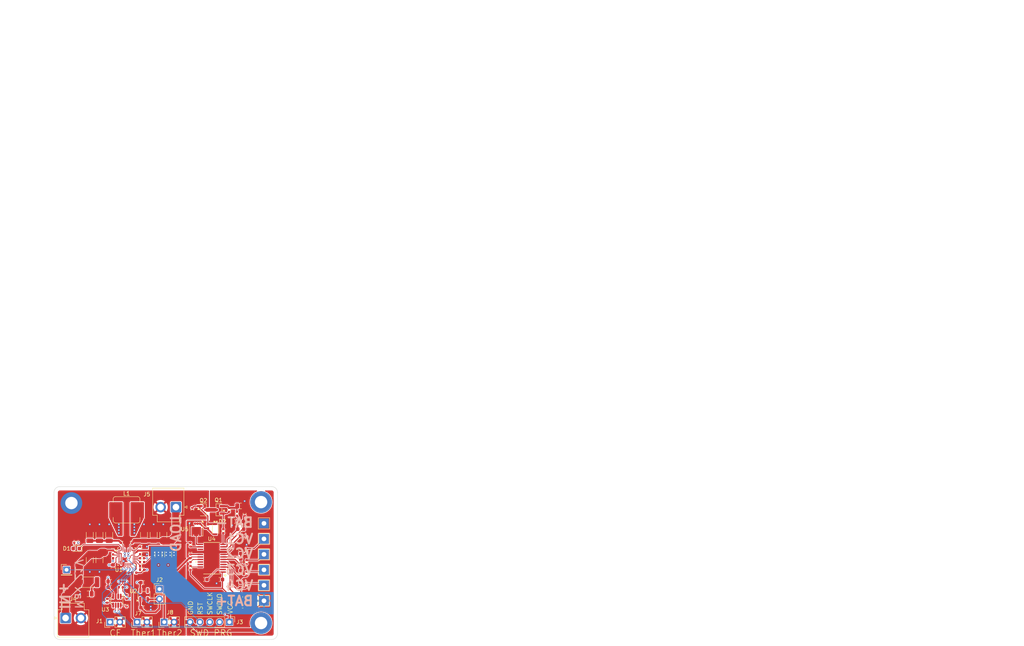
<source format=kicad_pcb>
(kicad_pcb (version 20241229) (generator "pcbnew") (generator_version "9.0")
  (title_block (date "2024-04-13") (rev "${REVISION}") (company "${COMPANY}"))
  (layers (0 "F.Cu" mixed "L1 (Sig, PWR)") (4 "In1.Cu" power "L2 (GND)") (6 "In2.Cu" power "L3 (GND)") (2 "B.Cu" mixed "L4 (Sig, PWR)") (13 "F.Paste" user) (15 "B.Paste" user) (5 "F.SilkS" user "F.Silkscreen") (7 "B.SilkS" user "B.Silkscreen") (1 "F.Mask" user) (3 "B.Mask" user) (25 "Edge.Cuts" user))
  (property "ASSEMBLY_NOTES" "")
  (property "BOARD_NAME" "Balanced Solar Charger")
  (property "COMPANY" "Electronic-Handyman")
  (property "DESIGNER" "Nhan Duy Truong")
  (property "FABRICATION_NOTES" "")
  (property "GIT_HASH_PCB" "23fc206")
  (property "GIT_HASH_SCH" "8e341b7")
  (property "GIT_URL" "https://github.com/truongduynhan/solar_smart_station.git")
  (property "PROJECT_NAME" "LiPo Battery Charger with CI/CD using KiBot")
  (property "RELEASE_BODY_1.0.0" "")
  (property "RELEASE_BODY_1.0.1" "")
  (property "RELEASE_BODY_1.0.2" "")
  (property "RELEASE_BODY_1.1.0" "")
  (property "RELEASE_BODY_UNRELEASED" "Version Unreleased not found.")
  (property "RELEASE_DATE" "08-Jan-2026")
  (property "RELEASE_DATE_NUM" "2026-01-08")
  (property "RELEASE_TITLE_1.0.0" "")
  (property "RELEASE_TITLE_1.0.1" "")
  (property "RELEASE_TITLE_1.0.2" "")
  (property "RELEASE_TITLE_1.1.0" "")
  (property "RELEASE_TITLE_UNRELEASED" "Version Unreleased not found.")
  (property "REVISION" "+ (Unreleased)")
  (property "SHEET_NAME_1" "Cover Page")
  (property "SHEET_NAME_10" "......................................")
  (property "SHEET_NAME_11" "......................................")
  (property "SHEET_NAME_12" "......................................")
  (property "SHEET_NAME_13" "......................................")
  (property "SHEET_NAME_14" "......................................")
  (property "SHEET_NAME_15" "......................................")
  (property "SHEET_NAME_16" "......................................")
  (property "SHEET_NAME_17" "......................................")
  (property "SHEET_NAME_18" "......................................")
  (property "SHEET_NAME_19" "......................................")
  (property "SHEET_NAME_2" "Block Diagram")
  (property "SHEET_NAME_20" "......................................")
  (property "SHEET_NAME_21" "......................................")
  (property "SHEET_NAME_22" "......................................")
  (property "SHEET_NAME_23" "......................................")
  (property "SHEET_NAME_24" "......................................")
  (property "SHEET_NAME_25" "......................................")
  (property "SHEET_NAME_26" "......................................")
  (property "SHEET_NAME_27" "......................................")
  (property "SHEET_NAME_28" "......................................")
  (property "SHEET_NAME_29" "......................................")
  (property "SHEET_NAME_3" "Project Architecture")
  (property "SHEET_NAME_30" "......................................")
  (property "SHEET_NAME_31" "......................................")
  (property "SHEET_NAME_32" "......................................")
  (property "SHEET_NAME_33" "......................................")
  (property "SHEET_NAME_34" "......................................")
  (property "SHEET_NAME_35" "......................................")
  (property "SHEET_NAME_36" "......................................")
  (property "SHEET_NAME_37" "......................................")
  (property "SHEET_NAME_38" "......................................")
  (property "SHEET_NAME_39" "......................................")
  (property "SHEET_NAME_4" "SolarCharger")
  (property "SHEET_NAME_40" "......................................")
  (property "SHEET_NAME_5" "MCU")
  (property "SHEET_NAME_6" "CellBalancer")
  (property "SHEET_NAME_7" "Connectors")
  (property "SHEET_NAME_8" "Revision History")
  (property "SHEET_NAME_9" "Power - Sequencing")
  (property "VARIANT" "DRAFT")
  (net 0 "")
  (net 1 "Net-(C1-Pad1)")
  (net 2 "GND")
  (net 3 "Net-(U1-BTST1)")
  (net 4 "Net-(U1-SW1)")
  (net 5 "Net-(U1-SW2)")
  (net 6 "Net-(U1-BTST2)")
  (net 7 "Net-(U1-SDRV)")
  (net 8 "Net-(U1-PMID)")
  (net 9 "SYSTEM_LOAD")
  (net 10 "BATTERY_PACK")
  (net 11 "+3V3")
  (net 12 "THERMISTOR")
  (net 13 "Net-(D1-A)")
  (net 14 "Net-(U1-PROG)")
  (net 15 "Net-(U1-BATP)")
  (net 16 "Net-(U1-ILIM_HIZ)")
  (net 19 "Net-(D1-K)")
  (net 20 "+21V")
  (net 21 "REGN")
  (net 22 "Net-(U3-PA24{slash}A3)")
  (net 23 "/Project Architecture/SolarCharger/QON")
  (net 25 "Net-(U4-VC5)")
  (net 26 "Net-(U4-VC4)")
  (net 27 "Net-(U4-VC3)")
  (net 28 "Net-(U4-VC2)")
  (net 29 "Net-(U4-VC1)")
  (net 30 "-BATT")
  (net 31 "Net-(U4-VC0)")
  (net 32 "Net-(U4-VDD)")
  (net 33 "Net-(U4-AVDD)")
  (net 34 "Net-(U4-SRP)")
  (net 35 "Net-(U4-SRN)")
  (net 36 "Net-(D2-K)")
  (net 37 "Net-(D2-A)")
  (net 38 "Net-(H5-Pad1)")
  (net 39 "THERMISTOR_2")
  (net 40 "Net-(Q1-S)")
  (net 41 "Net-(Q1-G)")
  (net 42 "Net-(Q1-D)")
  (net 43 "Net-(H2-Pad1)")
  (net 44 "Net-(H3-Pad1)")
  (net 45 "Net-(H4-Pad1)")
  (net 46 "Net-(U4-DSG)")
  (net 47 "Net-(U4-PRES)")
  (net 48 "Net-(U4-OCDP)")
  (net 49 "Net-(U4-LD)")
  (net 50 "Net-(U4-VTB)")
  (net 52 "Net-(U4-CHG)")
  (net 55 "LDO_IN")
  (net 56 "CE_N")
  (net 57 "/Project Architecture/MCU/SCL{slash}RST")
  (net 58 "RST")
  (net 59 "VCC")
  (net 60 "SWDIO")
  (net 61 "SWCLK")
  (net 62 "SCL")
  (net 63 "INT_N")
  (net 64 "SDA")
  (footprint "Resistor_SMD:R_0402_1005Metric" (layer "F.Cu") (at 65 163 -90)
    (property "Reference" "R28" (hide yes))
    (property "Value" "100kR")
  )
  (footprint "Capacitor_SMD:C_1206_3216Metric" (layer "F.Cu") (at 55.5 158.5 -90)
    (property "Reference" "C16" (hide yes))
    (property "Value" "10uF")
  )
  (footprint "Resistor_SMD:R_0402_1005Metric" (layer "F.Cu") (at 65 165 -90)
    (property "Reference" "R30" (hide yes))
    (property "Value" "10kR")
  )
  (footprint "Capacitor_SMD:C_0603_1608Metric" (layer "F.Cu") (at 78 171.5 -90)
    (property "Reference" "C24" (hide yes))
    (property "Value" "0.1uF")
  )
  (footprint "TestPoint:TestPoint_THTPad_2.5x2.5mm_Drill1.2mm" (layer "F.Cu") (at 84 163.5)
    (property "Reference" "H4" (hide yes))
    (property "Value" "MountingHole_Pad" (hide yes))
  )
  (footprint "Package_TO_SOT_SMD:SOT-23" (layer "F.Cu") (at 68.36 152)
    (property "Reference" "Q2")
    (property "Value" "AO3400A")
  )
  (footprint "Capacitor_SMD:C_1206_3216Metric" (layer "F.Cu") (at 44 158.5 -90)
    (property "Reference" "C12" (hide yes))
    (property "Value" "10uF")
  )
  (footprint "MountingHole:MountingHole_3.2mm_M3_DIN965_Pad_TopBottom" (layer "F.Cu") (at 83.25 150)
    (property "Reference" "H8" (hide yes))
    (property "Value" "MountingHole_Pad")
  )
  (footprint "Resistor_SMD:R_0402_1005Metric" (layer "F.Cu") (at 50.5 168.25)
    (property "Reference" "R3" (hide yes))
    (property "Value" "5.24kR")
  )
  (footprint "Package_TO_SOT_SMD:SOT-23" (layer "F.Cu") (at 72.36 152 180)
    (property "Reference" "Q1")
    (property "Value" "AO3400A")
  )
  (footprint "TestPoint:TestPoint_THTPad_2.5x2.5mm_Drill1.2mm" (layer "F.Cu") (at 84 171.5)
    (property "Reference" "H2" (hide yes))
    (property "Value" "MountingHole_Pad" (hide yes))
  )
  (footprint "Resistor_SMD:R_0402_1005Metric" (layer "F.Cu") (at 52.5 165.5)
    (property "Reference" "R6" (hide yes))
    (property "Value" "100R")
  )
  (footprint "NetTie:NetTie-3_SMD_Pad0.5mm" (layer "F.Cu") (at 47.5 170.5)
    (property "Reference" "NT1" (hide yes))
    (property "Value" "NetTie_3" (hide yes))
  )
  (footprint "Capacitor_SMD:C_1206_3216Metric" (layer "F.Cu") (at 41.5 158.5 -90)
    (property "Reference" "C15" (hide yes))
    (property "Value" "10uF")
  )
  (footprint "TestPoint:TestPoint_THTPad_2.5x2.5mm_Drill1.2mm" (layer "F.Cu") (at 84 155.5)
    (property "Reference" "H6" (hide yes))
    (property "Value" "MountingHole_Pad" (hide yes))
  )
  (footprint "Capacitor_SMD:C_0603_1608Metric" (layer "F.Cu") (at 78 165.5 -90)
    (property "Reference" "C26" (hide yes))
    (property "Value" "0.1uF")
  )
  (footprint "Capacitor_SMD:C_0805_2012Metric" (layer "F.Cu") (at 38.55 173.7025 180)
    (property "Reference" "C1" (hide yes))
    (property "Value" "2.2uF")
  )
  (footprint "Resistor_SMD:R_0402_1005Metric" (layer "F.Cu") (at 79.5 162.5 -90)
    (property "Reference" "R17" (hide yes))
    (property "Value" "1kR")
  )
  (footprint "Capacitor_SMD:C_0603_1608Metric" (layer "F.Cu") (at 79.5 155)
    (property "Reference" "C33" (hide yes))
    (property "Value" "0.1uF")
  )
  (footprint "Resistor_SMD:R_0402_1005Metric" (layer "F.Cu") (at 65 161 -90)
    (property "Reference" "R29" (hide yes))
    (property "Value" "450kR")
  )
  (footprint "Capacitor_SMD:C_0402_1005Metric" (layer "F.Cu") (at 47.5 160.5 180)
    (property "Reference" "C9" (hide yes))
    (property "Value" "0.1uF")
  )
  (footprint "Connector_PinHeader_2.54mm:PinHeader_1x02_P2.54mm_Vertical" (layer "F.Cu") (at 44.225 181 90)
    (property "Reference" "J1")
    (property "Value" "CE")
  )
  (footprint "solar_station:TSOT-23-8-shrink" (layer "F.Cu") (at 46 175.5 -90)
    (property "Reference" "U3")
    (property "Value" "MSPM0C1104SDSGR")
  )
  (footprint "NetTie:NetTie-2_SMD_Pad0.5mm" (layer "F.Cu") (at 74.5 179)
    (property "Reference" "NT2" (hide yes))
    (property "Value" "NetTie_2" (hide yes))
  )
  (footprint "Capacitor_SMD:C_0603_1608Metric" (layer "F.Cu") (at 78 159.5 -90)
    (property "Reference" "C28" (hide yes))
    (property "Value" "0.1uF")
  )
  (footprint "Capacitor_SMD:C_1206_3216Metric" (layer "F.Cu") (at 53 158.5 -90)
    (property "Reference" "C13" (hide yes))
    (property "Value" "10uF")
  )
  (footprint "Resistor_SMD:R_0402_1005Metric" (layer "F.Cu") (at 48.5 176.5 90)
    (property "Reference" "R11" (hide yes))
    (property "Value" "4.7kR")
  )
  (footprint "Resistor_SMD:R_2010_5025Metric" (layer "F.Cu") (at 38.55 170.7025)
    (property "Reference" "R1" (hide yes))
    (property "Value" "2R-1W")
  )
  (footprint "Connector_PinHeader_2.54mm:PinHeader_1x02_P2.54mm_Vertical" (layer "F.Cu") (at 57 172.475)
    (property "Reference" "J2")
    (property "Value" "LDO_EN")
  )
  (footprint "Capacitor_SMD:C_0603_1608Metric" (layer "F.Cu") (at 78 168.5 -90)
    (property "Reference" "C25" (hide yes))
    (property "Value" "0.1uF")
  )
  (footprint "Resistor_SMD:R_0402_1005Metric" (layer "F.Cu") (at 79.5 171.5 -90)
    (property "Reference" "R14" (hide yes))
    (property "Value" "1kR")
  )
  (footprint "Resistor_SMD:R_0402_1005Metric" (layer "F.Cu") (at 75 152 -90)
    (property "Reference" "R24" (hide yes))
    (property "Value" "1MegR")
  )
  (footprint "Capacitor_SMD:C_0402_1005Metric" (layer "F.Cu") (at 45 162 -90)
    (property "Reference" "C2" (hide yes))
    (property "Value" "0.1uF")
  )
  (footprint "Capacitor_SMD:C_1206_3216Metric" (layer "F.Cu") (at 56.75 163.5 90)
    (property "Reference" "C11" (hide yes))
    (property "Value" "10uF")
  )
  (footprint "TestPoint:TestPoint_THTPad_2.5x2.5mm_Drill1.2mm" (layer "F.Cu") (at 84 175.5)
    (property "Reference" "H1" (hide yes))
    (property "Value" "MountingHole_Pad" (hide yes))
  )
  (footprint "Capacitor_SMD:C_0402_1005Metric" (layer "F.Cu") (at 49.5 160.5)
    (property "Reference" "C10" (hide yes))
    (property "Value" "0.1uF")
  )
  (footprint "Capacitor_SMD:C_0603_1608Metric" (layer "F.Cu") (at 52.985 170.795 180)
    (property "Reference" "C20" (hide yes))
    (property "Value" "0.1uF")
  )
  (footprint "Resistor_SMD:R_0402_1005Metric" (layer "F.Cu") (at 79.5 174.5 -90)
    (property "Reference" "R13" (hide yes))
    (property "Value" "1kR")
  )
  (footprint "Connector_PinHeader_2.54mm:PinHeader_1x05_P2.54mm_Vertical" (layer "F.Cu") (at 75.08 181 -90)
    (property "Reference" "J3")
    (property "Value" "Conn_01x05_Pin")
  )
  (footprint "TestPoint:TestPoint_THTPad_2.5x2.5mm_Drill1.2mm" (layer "F.Cu") (at 84 167.5)
    (property "Reference" "H3" (hide yes))
    (property "Value" "MountingHole_Pad" (hide yes))
  )
  (footprint "Resistor_SMD:R_0402_1005Metric" (layer "F.Cu") (at 65.5 152 90)
    (property "Reference" "R26" (hide yes))
    (property "Value" "3.3MegR")
  )
  (footprint "Capacitor_SMD:C_0603_1608Metric" (layer "F.Cu") (at 78 174.5 -90)
    (property "Reference" "C23" (hide yes))
    (property "Value" "0.1uF")
  )
  (footprint "Resistor_SMD:R_0402_1005Metric" (layer "F.Cu") (at 52.5 163.5)
    (property "Reference" "R5" (hide yes))
    (property "Value" "6.04kR")
  )
  (footprint "Resistor_SMD:R_0402_1005Metric" (layer "F.Cu") (at 48.5 168.25)
    (property "Reference" "R4" (hide yes))
    (property "Value" "30.31kR")
  )
  (footprint "Resistor_SMD:R_0402_1005Metric" (layer "F.Cu") (at 52.5 166.5 180)
    (property "Reference" "R8" (hide yes))
    (property "Value" "100kR")
  )
  (footprint "Package_TO_SOT_SMD:SOT-23-5" (layer "F.Cu") (at 53 174 90)
    (property "Reference" "U2")
    (property "Value" "TLV73333PDBV")
  )
  (footprint "Capacitor_SMD:C_1206_3216Metric" (layer "F.Cu") (at 39 165 90)
    (property "Reference" "C4" (hide yes))
    (property "Value" "10uF")
  )
  (footprint "Capacitor_SMD:C_1206_3216Metric" (layer "F.Cu") (at 41.5 165 90)
    (property "Reference" "C3" (hide yes))
    (property "Value" "10uF")
  )
  (footprint "Connector_PinHeader_2.54mm:PinHeader_1x02_P2.54mm_Vertical" (layer "F.Cu") (at 58.225 181 90)
    (property "Reference" "J8")
    (property "Value" "Thermistor_2")
  )
  (footprint "Inductor_SMD:L_Bourns_SRP7028A_7.3x6.6mm" (layer "F.Cu") (at 48.5 152)
    (property "Reference" "L1")
    (property "Value" "1uH")
  )
  (footprint "Resistor_SMD:R_0402_1005Metric" (layer "F.Cu") (at 47 172 180)
    (property "Reference" "R9" (hide yes))
    (property "Value" "4.7kR")
  )
  (footprint "Resistor_SMD:R_0402_1005Metric" (layer "F.Cu") (at 35.5 160.5 180)
    (property "Reference" "R2" (hide yes))
    (property "Value" "4.7kR")
  )
  (footprint "Capacitor_SMD:C_0402_1005Metric" (layer "F.Cu") (at 52.5 161.5)
    (property "Reference" "C8" (hide yes))
    (property "Value" "1nF")
  )
  (footprint "MountingHole:MountingHole_3.2mm_M3_DIN965_Pad_TopBottom" (layer "F.Cu") (at 34.25 150.25)
    (property "Reference" "H7" (hide yes))
    (property "Value" "MountingHole_Pad")
  )
  (footprint "Capacitor_SMD:C_1206_3216Metric" (layer "F.Cu") (at 39 158.5 -90)
    (property "Reference" "C17" (hide yes))
    (property "Value" "10uF")
  )
  (footprint "Resistor_SMD:R_0402_1005Metric" (layer "F.Cu") (at 79.5 165.5 -90)
    (property "Reference" "R16" (hide yes))
    (property "Value" "1kR")
  )
  (footprint "Resistor_SMD:R_0402_1005Metric" (layer "F.Cu") (at 69.5 156.26 -90)
    (property "Reference" "R25" (hide yes))
    (property "Value" "1MegR")
  )
  (footprint "Capacitor_SMD:C_0603_1608Metric" (layer "F.Cu") (at 68.5 170)
    (property "Reference" "C30" (hide yes))
    (property "Value" "1uF")
  )
  (footprint "Capacitor_SMD:C_0603_1608Metric" (layer "F.Cu") (at 78 162.5 -90)
    (property "Reference" "C27" (hide yes))
    (property "Value" "0.1uF")
  )
  (footprint "TestPoint:TestPoint_THTPad_2.5x2.5mm_Drill1.2mm" (layer "F.Cu") (at 84 159.5)
    (property "Reference" "H5" (hide yes))
    (property "Value" "MountingHole_Pad" (hide yes))
  )
  (footprint "Resistor_SMD:R_0402_1005Metric" (layer "F.Cu") (at 79.5 159.5 90)
    (property "Reference" "R18" (hide yes))
    (property "Value" "1kR")
  )
  (footprint "solar_station:DIO_RB02_ROM" (layer "F.Cu") (at 71.5 157 -90)
    (property "Reference" "D2")
    (property "Value" "Schottky_30V_1A")
  )
  (footprint "Capacitor_SMD:C_1206_3216Metric" (layer "F.Cu") (at 59.25 163.5 90)
    (property "Reference" "C14" (hide yes))
    (property "Value" "10uF")
  )
  (footprint "Capacitor_SMD:C_0603_1608Metric" (layer "F.Cu") (at 44.5 170.5 180)
    (property "Reference" "C21" (hide yes))
    (property "Value" "4.7uF")
  )
  (footprint "Resistor_SMD:R_0805_2012Metric" (layer "F.Cu") (at 78 151 180)
    (property "Reference" "R21" (hide yes))
    (property "Value" "10mR")
  )
  (footprint "MountingHole:MountingHole_3.2mm_M3_DIN965_Pad_TopBottom" (layer "F.Cu") (at 83.25 181.25)
    (property "Reference" "H9" (hide yes))
    (property "Value" "MountingHole_Pad")
  )
  (footprint "Capacitor_SMD:C_0603_1608Metric" (layer "F.Cu") (at 44.5 172 180)
    (property "Reference" "C22" (hide yes))
    (property "Value" "0.1uF")
  )
  (footprint "Resistor_SMD:R_0402_1005Metric" (layer "F.Cu") (at 79.5 168.5 -90)
    (property "Reference" "R15" (hide yes))
    (property "Value" "1kR")
  )
  (footprint "Resistor_SMD:R_0402_1005Metric" (layer "F.Cu") (at 43.5 175.5 90)
    (property "Reference" "R12" (hide yes))
    (property "Value" "4.7kR")
  )
  (footprint "Connector_PinHeader_2.54mm:PinHeader_1x01_P2.54mm_Vertical" (layer "F.Cu") (at 33 167.5)
    (property "Reference" "TP1" (hide yes))
    (property "Value" "QON")
  )
  (footprint "Resistor_SMD:R_0402_1005Metric" (layer "F.Cu") (at 65 167 90)
    (property "Reference" "R27" (hide yes))
    (property "Value" "10kR")
  )
  (footprint "Connector_PinHeader_2.54mm:PinHeader_1x02_P2.54mm_Vertical" (layer "F.Cu") (at 51.225 181 90)
    (property "Reference" "J7")
    (property "Value" "Thermistor_1")
  )
  (footprint "Resistor_SMD:R_0402_1005Metric" (layer "F.Cu") (at 52.5 167.5)
    (property "Reference" "R7" (hide yes))
    (property "Value" "127kR")
  )
  (footprint "Capacitor_SMD:C_0603_1608Metric" (layer "F.Cu") (at 52.985 177.295 180)
    (property "Reference" "C19" (hide yes))
    (property "Value" "0.1uF")
  )
  (footprint "Capacitor_SMD:C_0603_1608Metric" (layer "F.Cu") (at 72.5 170)
    (property "Reference" "C29" (hide yes))
    (property "Value" "1uF")
  )
  (footprint "Resistor_SMD:R_0402_1005Metric" (layer "F.Cu") (at 73.5 157.5 -90)
    (property "Reference" "R23" (hide yes))
    (property "Value" "4.7kR")
  )
  (footprint "solar_station:PW24_TEX" (layer "F.Cu") (at 70.5 164.5 180)
    (property "Reference" "U4")
    (property "Value" "BQ7791500PWR")
  )
  (footprint "Resistor_SMD:R_0402_1005Metric" (layer "F.Cu") (at 48.5 174.5 -90)
    (property "Reference" "R10" (hide yes))
    (property "Value" "4.7kR")
  )
  (footprint "Resistor_SMD:R_0402_1005Metric" (layer "F.Cu") (at 78.5 177 180)
    (property "Reference" "R19" (hide yes))
    (property "Value" "1kR")
  )
  (footprint "Capacitor_SMD:C_0603_1608Metric" (layer "F.Cu") (at 45 167 90)
    (property "Reference" "C6" (hide yes))
    (property "Value" "4.7uF")
  )
  (footprint "Connector_JST:JST_VH_B2P-VH_1x02_P3.96mm_Vertical" (layer "F.Cu") (at 61.2575 151.3 180)
    (property "Reference" "J5")
    (property "Value" "JST_VH_B2P_3.96mm")
  )
  (footprint "Connector_JST:JST_VH_B2P-VH_1x02_P3.96mm_Vertical" (layer "F.Cu") (at 32.7425 179.95)
    (property "Reference" "J4")
    (property "Value" "JST_VH_B2P_3.96mm")
  )
  (footprint "solar_station:RQM0029A-MFG" (layer "F.Cu") (at 48.500001 164.100001)
    (property "Reference" "U1")
    (property "Value" "BQ25672RQMR")
  )
  (footprint "Capacitor_SMD:C_0603_1608Metric" (layer "F.Cu") (at 78 157)
    (property "Reference" "C31" (hide yes))
    (property "Value" "0.1uF")
  )
  (footprint "Capacitor_SMD:C_0402_1005Metric" (layer "F.Cu") (at 52.5 164.5 180)
    (property "Reference" "C7" (hide yes))
    (property "Value" "47nF")
  )
  (footprint "LED_SMD:LED_0603_1608Metric" (layer "F.Cu") (at 35.5 162 180)
    (property "Reference" "D1")
    (property "Value" "LED")
  )
  (footprint "Package_SON:VSON-8_3.3x3.3mm_P0.65mm_NexFET" (layer "F.Cu") (at 66.5 157 -90)
    (property "Reference" "U5")
    (property "Value" "CSD25402Q3A")
  )
  (footprint "Capacitor_SMD:C_1206_3216Metric" (layer "F.Cu") (at 58 158.5 -90)
    (property "Reference" "C18" (hide yes))
    (property "Value" "10uF")
  )
  (footprint "Resistor_SMD:R_0402_1005Metric" (layer "F.Cu") (at 77 153 -90)
    (property "Reference" "R22" (hide yes))
    (property "Value" "100R")
  )
  (footprint "Capacitor_SMD:C_0402_1005Metric" (layer "F.Cu") (at 45 164 -90)
    (property "Reference" "C5" (hide yes))
    (property "Value" "47nF")
  )
  (footprint "Resistor_SMD:R_0402_1005Metric" (layer "F.Cu") (at 79 153 -90)
    (property "Reference" "R20" (hide yes))
    (property "Value" "100R")
  )
  (footprint "Capacitor_SMD:C_0603_1608Metric" (layer "F.Cu") (at 76.5 155 180)
    (property "Reference" "C32" (hide yes))
    (property "Value" "0.1uF")
  )
  (gr_arc (start 29.75 147.5) (mid 30.18934 146.43934) (end 31.25 146) (stroke (width 0.1)) (layer "Edge.Cuts"))
  (gr_line (start 29.75 147.5) (end 29.75 184) (stroke (width 0.1)) (layer "Edge.Cuts"))
  (gr_line (start 31.25 185.5) (end 86 185.5) (stroke (width 0.1)) (layer "Edge.Cuts"))
  (gr_arc (start 86 146) (mid 87.06066 146.43934) (end 87.5 147.5) (stroke (width 0.1)) (layer "Edge.Cuts"))
  (gr_arc (start 87.5 184) (mid 87.06066 185.06066) (end 86 185.5) (stroke (width 0.1)) (layer "Edge.Cuts"))
  (gr_line (start 87.5 184) (end 87.5 147.5) (stroke (width 0.1)) (layer "Edge.Cuts"))
  (gr_arc (start 31.25 185.5) (mid 30.18934 185.06066) (end 29.75 184) (stroke (width 0.1)) (layer "Edge.Cuts"))
  (gr_line (start 86 146) (end 31.25 146) (stroke (width 0.1)) (layer "Edge.Cuts"))
  (gr_text "SWDIO" (at 73.25 179.25 90) (layer "F.SilkS") (effects (font (size 1.2 1.2)) (justify left bottom)))
  (gr_text "SWD PRG" (at 64.75 184.75 0) (layer "F.SilkS") (effects (font (size 1.6 1.6)) (justify left bottom)))
  (gr_text "Ther1" (at 49.5 184.75 0) (layer "F.SilkS") (effects (font (size 1.6 1.6)) (justify left bottom)))
  (gr_text "VCC" (at 76 179 90) (layer "F.SilkS") (effects (font (size 1.2 1.2)) (justify left bottom)))
  (gr_text "RST" (at 68.25 179.25 90) (layer "F.SilkS") (effects (font (size 1.2 1.2)) (justify left bottom)))
  (gr_text "GND" (at 65.75 179.25 90) (layer "F.SilkS") (effects (font (size 1.2 1.2)) (justify left bottom)))
  (gr_text "Ther2" (at 56.25 184.75 0) (layer "F.SilkS") (effects (font (size 1.6 1.6)) (justify left bottom)))
  (gr_text "SWCLK" (at 70.75 179.25 90) (layer "F.SilkS") (effects (font (size 1.2 1.2)) (justify left bottom)))
  (gr_text "CE" (at 44 184.75 0) (layer "F.SilkS") (effects (font (size 1.6 1.6)) (justify left bottom)))
  (gr_text "BAT+" (at 81.5 177 0) (layer "B.SilkS") (effects (font (size 2.5 2.5) (thickness 0.5) (bold yes)) (justify left bottom mirror)))
  (gr_text "VC4" (at 81.5 173 0) (layer "B.SilkS") (effects (font (size 2.5 2.5) (thickness 0.5) (bold yes)) (justify left bottom mirror)))
  (gr_text "Max 21V" (at 35 177.75 270) (layer "B.SilkS") (effects (font (size 2 2) (thickness 0.3125)) (justify left bottom mirror)))
  (gr_text "LOAD" (at 62.75 153.25 90) (layer "B.SilkS") (effects (font (size 2.5 2.5) (thickness 0.5) (bold yes)) (justify left bottom mirror)))
  (gr_text "IN+" (at 31 178 270) (layer "B.SilkS") (effects (font (size 2.5 2.5) (thickness 0.5) (bold yes)) (justify left bottom mirror)))
  (gr_text "VC3" (at 81.5 169 0) (layer "B.SilkS") (effects (font (size 2.5 2.5) (thickness 0.5) (bold yes)) (justify left bottom mirror)))
  (gr_text "VC2" (at 81.5 164.75 0) (layer "B.SilkS") (effects (font (size 2.5 2.5) (thickness 0.5) (bold yes)) (justify left bottom mirror)))
  (gr_text "VC1" (at 81.5 161 0) (layer "B.SilkS") (effects (font (size 2.5 2.5) (thickness 0.5) (bold yes)) (justify left bottom mirror)))
  (gr_text "BAT-" (at 81.5 156.75 0) (layer "B.SilkS") (effects (font (size 2.5 2.5) (thickness 0.5) (bold yes)) (justify left bottom mirror)))
  (segment (start 39.5 172.065) (end 40.8625 170.7025) (width 0.5) (layer "F.Cu") (net 1))
  (segment (start 39.5 173.7025) (end 39.5 172.065) (width 0.5) (layer "F.Cu") (net 1))
  (segment (start 60.765 181) (end 64.92 181) (width 1) (layer "F.Cu") (net 2))
  (segment (start 66.97 183.05) (end 81.45 183.05) (width 1) (layer "F.Cu") (net 2))
  (segment (start 63 163.75) (end 61.775 164.975) (width 0.2) (layer "F.Cu") (net 2))
  (segment (start 53 175.1375) (end 53 176.535) (width 0.4) (layer "F.Cu") (net 2))
  (segment (start 64.92 181) (end 66.97 183.05) (width 1) (layer "F.Cu") (net 2))
  (segment (start 52.98 161.5) (end 53.75 161.5) (width 0.5) (layer "F.Cu") (net 2))
  (segment (start 63 160.75) (end 63 163.75) (width 0.2) (layer "F.Cu") (net 2))
  (segment (start 65 160.49) (end 63.26 160.49) (width 0.2) (layer "F.Cu") (net 2))
  (segment (start 63.26 160.49) (end 63 160.75) (width 0.2) (layer "F.Cu") (net 2))
  (segment (start 53.01 163.5) (end 53.75 163.5) (width 0.5) (layer "F.Cu") (net 2))
  (segment (start 81.45 183.05) (end 83.25 181.25) (width 1) (layer "F.Cu") (net 2))
  (segment (start 53 176.535) (end 53.76 177.295) (width 0.4) (layer "F.Cu") (net 2))
  (segment (start 61.775 164.975) (end 59.25 164.975) (width 0.2) (layer "F.Cu") (net 2))
  (via (at 39 155.75) (size 0.55) (drill 0.3) (layers "F.Cu" "B.Cu") (net 2))
  (via (at 53.75 163.5) (size 0.55) (drill 0.3) (layers "F.Cu" "B.Cu") (net 2))
  (via (at 59.25 166.25) (size 0.55) (drill 0.3) (layers "F.Cu" "B.Cu") (net 2))
  (via (at 41.5 168.015) (size 0.55) (drill 0.3) (layers "F.Cu" "B.Cu") (net 2))
  (via (at 55.5 155.75) (size 0.55) (drill 0.3) (layers "F.Cu" "B.Cu") (net 2))
  (via (at 44 155.75) (size 0.55) (drill 0.3) (layers "F.Cu" "B.Cu") (net 2))
  (via (at 58 155.75) (size 0.55) (drill 0.3) (layers "F.Cu" "B.Cu") (net 2))
  (via (at 36.5 173.75) (size 0.55) (drill 0.3) (layers "F.Cu" "B.Cu") (net 2))
  (via (at 54.75 177.75) (size 0.55) (drill 0.3) (layers "F.Cu" "B.Cu") (net 2))
  (via (at 39 168.015) (size 0.55) (drill 0.3) (layers "F.Cu" "B.Cu") (net 2))
  (via (at 53 155.75) (size 0.55) (drill 0.3) (layers "F.Cu" "B.Cu") (net 2))
  (via (at 54.75 177) (size 0.55) (drill 0.3) (layers "F.Cu" "B.Cu") (net 2))
  (via (at 56.75 166.25) (size 0.55) (drill 0.3) (layers "F.Cu" "B.Cu") (net 2))
  (via (at 53.75 161.5) (size 0.55) (drill 0.3) (layers "F.Cu" "B.Cu") (net 2))
  (via (at 47.75 165.25) (size 0.55) (drill 0.3) (layers "F.Cu" "B.Cu") (net 2))
  (via (at 41.5 155.75) (size 0.55) (drill 0.3) (layers "F.Cu" "B.Cu") (net 2))
  (segment (start 46.600002 163.700002) (end 45.180002 163.700002) (width 0.2) (layer "F.Cu") (net 3))
  (segment (start 45.180002 163.700002) (end 45 163.52) (width 0.2) (layer "F.Cu") (net 3))
  (segment (start 45 164.48) (end 45 165.25) (width 0.2) (layer "F.Cu") (net 4))
  (segment (start 48.050002 163.25) (end 48.050002 163.949998) (width 0.25) (layer "F.Cu") (net 4))
  (segment (start 48.050002 162.400002) (end 48.050002 163.25) (width 0.25) (layer "F.Cu") (net 4))
  (via (at 48.050002 163.25) (size 0.55) (drill 0.3) (layers "F.Cu" "B.Cu") (net 4))
  (via (at 46.5 155.75) (size 0.55) (drill 0.3) (layers "F.Cu" "B.Cu") (net 4))
  (via (at 45 165.25) (size 0.55) (drill 0.3) (layers "F.Cu" "B.Cu") (net 4))
  (via (at 46.5 158) (size 0.55) (drill 0.3) (layers "F.Cu" "B.Cu") (net 4))
  (via (at 46.5 157.25) (size 0.55) (drill 0.3) (layers "F.Cu" "B.Cu") (net 4))
  (via (at 48.050002 163.949998) (size 0.55) (drill 0.3) (layers "F.Cu" "B.Cu") (net 4))
  (via (at 46.5 156.5) (size 0.55) (drill 0.3) (layers "F.Cu" "B.Cu") (net 4))
  (segment (start 48.95 162.400002) (end 48.95 163.25) (width 0.25) (layer "F.Cu") (net 5))
  (segment (start 53.75 164.5) (end 52.98 164.5) (width 0.2) (layer "F.Cu") (net 5))
  (segment (start 48.95 163.25) (end 48.95 163.95) (width 0.25) (layer "F.Cu") (net 5))
  (via (at 48.95 163.25) (size 0.55) (drill 0.3) (layers "F.Cu" "B.Cu") (net 5))
  (via (at 50.5 156.5) (size 0.55) (drill 0.3) (layers "F.Cu" "B.Cu") (net 5))
  (via (at 50.5 157.25) (size 0.55) (drill 0.3) (layers "F.Cu" "B.Cu") (net 5))
  (via (at 50.5 158) (size 0.55) (drill 0.3) (layers "F.Cu" "B.Cu") (net 5))
  (via (at 53.75 164.5) (size 0.55) (drill 0.3) (layers "F.Cu" "B.Cu") (net 5))
  (via (at 50.5 155.75) (size 0.55) (drill 0.3) (layers "F.Cu" "B.Cu") (net 5))
  (via (at 48.95 163.95) (size 0.55) (drill 0.3) (layers "F.Cu" "B.Cu") (net 5))
  (segment (start 51.98 164.5) (end 52 164.52) (width 0.2) (layer "F.Cu") (net 6))
  (segment (start 50.36 164.5) (end 51.98 164.5) (width 0.2) (layer "F.Cu") (net 6))
  (segment (start 51.75 161.5) (end 52.02 161.5) (width 0.2) (layer "F.Cu") (net 7))
  (segment (start 50.751128 162.498872) (end 51.75 161.5) (width 0.2) (layer "F.Cu") (net 7))
  (segment (start 50.299251 162.498872) (end 50.751128 162.498872) (width 0.2) (layer "F.Cu") (net 7))
  (segment (start 46.495 159.975) (end 47.02 160.5) (width 0.5) (layer "F.Cu") (net 8))
  (segment (start 39 159.975) (end 41.5 159.975) (width 0.5) (layer "F.Cu") (net 8))
  (segment (start 44 159.975) (end 41.5 159.975) (width 0.5) (layer "F.Cu") (net 8))
  (segment (start 47.6 161.08) (end 47.02 160.5) (width 0.2) (layer "F.Cu") (net 8))
  (segment (start 44 159.975) (end 46.495 159.975) (width 0.5) (layer "F.Cu") (net 8))
  (segment (start 47.6 162.375001) (end 47.6 161.08) (width 0.2) (layer "F.Cu") (net 8))
  (segment (start 58.025 160) (end 60 160) (width 2) (layer "F.Cu") (net 9))
  (segment (start 50.505 159.975) (end 49.98 160.5) (width 0.5) (layer "F.Cu") (net 9))
  (segment (start 60 160) (end 61.25 158.75) (width 2) (layer "F.Cu") (net 9))
  (segment (start 49.400002 161.079998) (end 49.98 160.5) (width 0.2) (layer "F.Cu") (net 9))
  (segment (start 61.25 158.75) (end 61.25 157.5) (width 2) (layer "F.Cu") (net 9))
  (segment (start 55.5 159.975) (end 58 159.975) (width 1) (layer "F.Cu") (net 9))
  (segment (start 53 159.975) (end 50.505 159.975) (width 1) (layer "F.Cu") (net 9))
  (segment (start 58 159.975) (end 58.025 160) (width 2) (layer "F.Cu") (net 9))
  (segment (start 61.2575 157.4925) (end 61.2575 151.3) (width 2) (layer "F.Cu") (net 9))
  (segment (start 61.25 157.5) (end 61.2575 157.4925) (width 2) (layer "F.Cu") (net 9))
  (segment (start 53 159.975) (end 55.5 159.975) (width 1) (layer "F.Cu") (net 9))
  (segment (start 49.400002 162.400002) (end 49.400002 161.079998) (width 0.2) (layer "F.Cu") (net 9))
  (segment (start 56.75 162.025) (end 56.236117 162.538883) (width 0.5) (layer "F.Cu") (net 10))
  (segment (start 53.01 165.5) (end 53.508019 165.5) (width 0.2) (layer "F.Cu") (net 10))
  (segment (start 51.461117 162.538883) (end 51.099999 162.900001) (width 0.5) (layer "F.Cu") (net 10))
  (segment (start 50.7 163.3) (end 50.4 163.3) (width 0.2) (layer "F.Cu") (net 10))
  (segment (start 82.5 177) (end 84 175.5) (width 0.3) (layer "F.Cu") (net 10))
  (segment (start 82.49 173.99) (end 79.5 173.99) (width 0.3) (layer "F.Cu") (net 10))
  (segment (start 51.099999 162.900001) (end 50.7 163.3) (width 0.2) (layer "F.Cu") (net 10))
  (segment (start 56.236117 162.538883) (end 51.461117 162.538883) (width 0.5) (layer "F.Cu") (net 10))
  (segment (start 84 175.5) (end 82.49 173.99) (width 0.3) (layer "F.Cu") (net 10))
  (segment (start 50.4 162.900001) (end 51.099999 162.900001) (width 0.2) (layer "F.Cu") (net 10))
  (segment (start 56.75 162.025) (end 59.25 162.025) (width 0.5) (layer "F.Cu") (net 10))
  (segment (start 79.01 177) (end 82.5 177) (width 0.3) (layer "F.Cu") (net 10))
  (segment (start 56.75 162.258019) (end 56.75 162.025) (width 0.2) (layer "F.Cu") (net 10))
  (segment (start 53.508019 165.5) (end 56.75 162.258019) (width 0.2) (layer "F.Cu") (net 10))
  (via (at 59.75 163) (size 0.55) (drill 0.3) (layers "F.Cu" "B.Cu") (net 10))
  (via (at 56.75 163.75) (size 0.55) (drill 0.3) (layers "F.Cu" "B.Cu") (net 10))
  (via (at 58.75 163.75) (size 0.55) (drill 0.3) (layers "F.Cu" "B.Cu") (net 10))
  (via (at 60.75 163.75) (size 0.55) (drill 0.3) (layers "F.Cu" "B.Cu") (net 10))
  (via (at 55.75 163.75) (size 0.55) (drill 0.3) (layers "F.Cu" "B.Cu") (net 10))
  (via (at 57.75 163) (size 0.55) (drill 0.3) (layers "F.Cu" "B.Cu") (net 10))
  (via (at 60.75 163) (size 0.55) (drill 0.3) (layers "F.Cu" "B.Cu") (net 10))
  (via (at 60.75 162.25) (size 0.55) (drill 0.3) (layers "F.Cu" "B.Cu") (net 10))
  (via (at 56.75 163) (size 0.55) (drill 0.3) (layers "F.Cu" "B.Cu") (net 10))
  (via (at 57.75 163.75) (size 0.55) (drill 0.3) (layers "F.Cu" "B.Cu") (net 10))
  (via (at 55.75 163) (size 0.55) (drill 0.3) (layers "F.Cu" "B.Cu") (net 10))
  (via (at 58.75 163) (size 0.55) (drill 0.3) (layers "F.Cu" "B.Cu") (net 10))
  (via (at 59.75 163.75) (size 0.55) (drill 0.3) (layers "F.Cu" "B.Cu") (net 10))
  (segment (start 52.05 170.955) (end 52.21 170.795) (width 0.4) (layer "F.Cu") (net 11))
  (segment (start 52.05 172.8625) (end 52.05 170.955) (width 0.4) (layer "F.Cu") (net 11))
  (segment (start 43.725 170.5) (end 43.725 172) (width 0.3) (layer "F.Cu") (net 11))
  (segment (start 51.295 170.795) (end 51.25 170.75) (width 0.4) (layer "F.Cu") (net 11))
  (segment (start 48.499 172) (end 47.51 172) (width 0.2) (layer "F.Cu") (net 11))
  (segment (start 47.51 172) (end 47.51 173) (width 0.2) (layer "F.Cu") (net 11))
  (segment (start 43.725 170.5) (end 43.725 169.525) (width 0.3) (layer "F.Cu") (net 11))
  (segment (start 47.51 173) (end 48.5 173.99) (width 0.2) (layer "F.Cu") (net 11))
  (segment (start 43.5 174.99) (end 44.3975 174.99) (width 0.2) (layer "F.Cu") (net 11))
  (segment (start 44.3975 174.99) (end 45.025 174.3625) (width 0.2) (layer "F.Cu") (net 11))
  (segment (start 45.025 173.3) (end 43.725 172) (width 0.3) (layer "F.Cu") (net 11))
  (segment (start 52.21 170.795) (end 51.295 170.795) (width 0.4) (layer "F.Cu") (net 11))
  (segment (start 45.025 174.3625) (end 45.025 173.3) (width 0.3) (layer "F.Cu") (net 11))
  (segment (start 43.725 169.525) (end 43.75 169.5) (width 0.3) (layer "F.Cu") (net 11))
  (via (at 48.499 172) (size 0.55) (drill 0.3) (layers "F.Cu" "B.Cu") (net 11))
  (via (at 74 179) (size 0.55) (drill 0.3) (layers "F.Cu" "B.Cu") (net 11))
  (via (at 43.75 169.5) (size 0.55) (drill 0.3) (layers "F.Cu" "B.Cu") (net 11))
  (via (at 51.25 170.75) (size 0.55) (drill 0.3) (layers "F.Cu" "B.Cu") (net 11))
  (segment (start 49.898885 165.957363) (end 49.898885 165.851115) (width 0.16) (layer "F.Cu") (net 12))
  (segment (start 51 167.25) (end 50 168.25) (width 0.25) (layer "F.Cu") (net 12))
  (segment (start 49.01 168.25) (end 49.99 168.25) (width 0.3) (layer "F.Cu") (net 12))
  (segment (start 51 166) (end 51 167.25) (width 0.25) (layer "F.Cu") (net 12))
  (segment (start 50 168.25) (end 49.99 168.25) (width 0.25) (layer "F.Cu") (net 12))
  (segment (start 49.99 179.765) (end 51.225 181) (width 0.5) (layer "F.Cu") (net 12))
  (segment (start 50.041994 165.708006) (end 50.349509 165.708006) (width 0.16) (layer "F.Cu") (net 12))
  (segment (start 50.708006 165.708006) (end 51 166) (width 0.25) (layer "F.Cu") (net 12))
  (segment (start 49.898885 165.851115) (end 50.041994 165.708006) (width 0.16) (layer "F.Cu") (net 12))
  (segment (start 50.349509 165.708006) (end 50.708006 165.708006) (width 0.25) (layer "F.Cu") (net 12))
  (segment (start 49.99 168.25) (end 49.99 179.765) (width 0.5) (layer "F.Cu") (net 12))
  (segment (start 34.99 160.5) (end 34.99 161.7225) (width 0.2) (layer "F.Cu") (net 13))
  (segment (start 34.99 161.7225) (end 34.7125 162) (width 0.2) (layer "F.Cu") (net 13))
  (segment (start 51.389999 164.100001) (end 51.99 163.5) (width 0.2) (layer "F.Cu") (net 14))
  (segment (start 50.4 164.100001) (end 51.389999 164.100001) (width 0.2) (layer "F.Cu") (net 14))
  (segment (start 51.389999 164.899999) (end 51.99 165.5) (width 0.2) (layer "F.Cu") (net 15))
  (segment (start 50.375001 164.899999) (end 51.389999 164.899999) (width 0.2) (layer "F.Cu") (net 15))
  (segment (start 51.99 166.390001) (end 51.99 166.5) (width 0.2) (layer "F.Cu") (net 16))
  (segment (start 51.99 167.5) (end 51.99 166.5) (width 0.2) (layer "F.Cu") (net 16))
  (segment (start 50.9 165.300001) (end 51.99 166.390001) (width 0.2) (layer "F.Cu") (net 16))
  (segment (start 50.35 165.300001) (end 50.9 165.300001) (width 0.2) (layer "F.Cu") (net 16))
  (segment (start 46.479 160.979) (end 47.149431 161.649431) (width 0.2) (layer "F.Cu") (net 19))
  (segment (start 37.3085 160.979) (end 46.479 160.979) (width 0.2) (layer "F.Cu") (net 19))
  (segment (start 36.2875 162) (end 37.3085 160.979) (width 0.2) (layer "F.Cu") (net 19))
  (segment (start 47.149431 161.649431) (end 47.149431 162.2502) (width 0.2) (layer "F.Cu") (net 19))
  (segment (start 47.097609 165.347609) (end 47.097609 165.95018) (width 0.2) (layer "F.Cu") (net 20))
  (segment (start 46.05 163.3) (end 45.650001 162.900001) (width 0.2) (layer "F.Cu") (net 20))
  (segment (start 42.025 163) (end 42.75 163) (width 2) (layer "F.Cu") (net 20))
  (segment (start 36.2375 166.260118) (end 38.972618 163.525) (width 2) (layer "F.Cu") (net 20))
  (segment (start 47.161001 163.339002) (end 47.161001 165.284217) (width 0.2) (layer "F.Cu") (net 20))
  (segment (start 46.600002 165.300001) (end 47.050001 165.300001) (width 0.2) (layer "F.Cu") (net 20))
  (segment (start 38.972618 163.525) (end 39 163.525) (width 2) (layer "F.Cu") (net 20))
  (segment (start 39 163.525) (end 41.5 163.525) (width 2) (layer "F.Cu") (net 20))
  (segment (start 45.650001 162.900001) (end 45.420001 162.900001) (width 0.3) (layer "F.Cu") (net 20))
  (segment (start 46.600002 163.3) (end 46.05 163.3) (width 0.2) (layer "F.Cu") (net 20))
  (segment (start 43.27 162.48) (end 42.75 163) (width 0.2) (layer "F.Cu") (net 20))
  (segment (start 45 162.48) (end 43.27 162.48) (width 0.5) (layer "F.Cu") (net 20))
  (segment (start 36.2375 170.7025) (end 36.2375 166.260118) (width 2) (layer "F.Cu") (net 20))
  (segment (start 46.600002 162.900001) (end 45.420001 162.900001) (width 0.2) (layer "F.Cu") (net 20))
  (segment (start 32.7425 179.95) (end 32.7425 174.1975) (width 2) (layer "F.Cu") (net 20))
  (segment (start 41.5 163.525) (end 42.025 163) (width 2) (layer "F.Cu") (net 20))
  (segment (start 45.420001 162.900001) (end 45 162.48) (width 0.3) (layer "F.Cu") (net 20))
  (segment (start 47.121999 163.3) (end 47.161001 163.339002) (width 0.2) (layer "F.Cu") (net 20))
  (segment (start 47.050001 165.300001) (end 47.097609 165.347609) (width 0.2) (layer "F.Cu") (net 20))
  (segment (start 46.600002 163.3) (end 47.121999 163.3) (width 0.2) (layer "F.Cu") (net 20))
  (segment (start 47.161001 165.284217) (end 47.097609 165.347609) (width 0.2) (layer "F.Cu") (net 20))
  (segment (start 32.7425 174.1975) (end 36.2375 170.7025) (width 2) (layer "F.Cu") (net 20))
  (segment (start 51.01 168.25) (end 52.26 168.25) (width 0.3) (layer "F.Cu") (net 21))
  (segment (start 52.26 168.25) (end 53.01 167.5) (width 0.3) (layer "F.Cu") (net 21))
  (segment (start 46.078002 164.100001) (end 46.600002 164.100001) (width 0.2) (layer "F.Cu") (net 21))
  (segment (start 45.75 164.428003) (end 46.078002 164.100001) (width 0.2) (layer "F.Cu") (net 21))
  (segment (start 45.75 165.475) (end 45.75 164.428003) (width 0.2) (layer "F.Cu") (net 21))
  (segment (start 44.975 166.25) (end 45.75 165.475) (width 0.2) (layer "F.Cu") (net 21))
  (segment (start 44 166.25) (end 44.975 166.25) (width 0.2) (layer "F.Cu") (net 21))
  (segment (start 53.01 167.5) (end 53.75 167.5) (width 0.3) (layer "F.Cu") (net 21))
  (via (at 36 160.5) (size 0.55) (drill 0.3) (layers "F.Cu" "B.Cu") (net 21))
  (via (at 53.75 167.5) (size 0.55) (drill 0.3) (layers "F.Cu" "B.Cu") (net 21))
  (via (at 44 166.25) (size 0.55) (drill 0.3) (layers "F.Cu" "B.Cu") (net 21))
  (segment (start 48.1275 176.6375) (end 48.5 177.01) (width 0.2) (layer "F.Cu") (net 22))
  (segment (start 46.975 176.6375) (end 48.1275 176.6375) (width 0.2) (layer "F.Cu") (net 22))
  (segment (start 48.300001 166.555693) (end 47.64054 167.215154) (width 0.16) (layer "F.Cu") (net 23))
  (segment (start 48.300001 166) (end 48.300001 166.555693) (width 0.16) (layer "F.Cu") (net 23))
  (via (at 47.64054 167.215154) (size 0.55) (drill 0.3) (layers "F.Cu" "B.Cu") (net 23))
  (segment (start 47.355694 167.5) (end 33 167.5) (width 0.16) (layer "B.Cu") (net 23))
  (segment (start 47.64054 167.215154) (end 47.355694 167.5) (width 0.16) (layer "B.Cu") (net 23))
  (segment (start 74.525002 166.775002) (end 73.421 166.775002) (width 0.3) (layer "F.Cu") (net 25))
  (segment (start 78 175.275) (end 79.235 175.275) (width 0.3) (layer "F.Cu") (net 25))
  (segment (start 79.235 175.275) (end 79.5 175.01) (width 0.3) (layer "F.Cu") (net 25))
  (segment (start 75.25 172.525) (end 75.25 167.5) (width 0.3) (layer "F.Cu") (net 25))
  (segment (start 75.25 167.5) (end 74.525002 166.775002) (width 0.3) (layer "F.Cu") (net 25))
  (segment (start 78 175.275) (end 75.25 172.525) (width 0.3) (layer "F.Cu") (net 25))
  (segment (start 75.75 167.348048) (end 75.75 171.25) (width 0.3) (layer "F.Cu") (net 26))
  (segment (start 78 172.275) (end 78 173.725) (width 0.3) (layer "F.Cu") (net 26))
  (segment (start 73.421 166.125001) (end 74.526953 166.125001) (width 0.3) (layer "F.Cu") (net 26))
  (segment (start 74.526953 166.125001) (end 75.75 167.348048) (width 0.3) (layer "F.Cu") (net 26))
  (segment (start 75.75 171.25) (end 76.775 172.275) (width 0.3) (layer "F.Cu") (net 26))
  (segment (start 79.235 172.275) (end 79.5 172.01) (width 0.3) (layer "F.Cu") (net 26))
  (segment (start 78 172.275) (end 79.235 172.275) (width 0.3) (layer "F.Cu") (net 26))
  (segment (start 76.775 172.275) (end 78 172.275) (width 0.3) (layer "F.Cu") (net 26))
  (segment (start 73.421 165.475002) (end 74.528906 165.475002) (width 0.3) (layer "F.Cu") (net 27))
  (segment (start 79.235 169.275) (end 79.5 169.01) (width 0.3) (layer "F.Cu") (net 27))
  (segment (start 77.525 169.275) (end 78 169.275) (width 0.3) (layer "F.Cu") (net 27))
  (segment (start 74.528906 165.475002) (end 76.25 167.196096) (width 0.3) (layer "F.Cu") (net 27))
  (segment (start 76.25 167.196096) (end 76.25 168) (width 0.3) (layer "F.Cu") (net 27))
  (segment (start 76.25 168) (end 77.525 169.275) (width 0.3) (layer "F.Cu") (net 27))
  (segment (start 78 169.275) (end 79.235 169.275) (width 0.3) (layer "F.Cu") (net 27))
  (segment (start 78 169.275) (end 78 170.725) (width 0.3) (layer "F.Cu") (net 27))
  (segment (start 78 167.725) (end 78 166.275) (width 0.3) (layer "F.Cu") (net 28))
  (segment (start 79.235 166.275) (end 79.5 166.01) (width 0.3) (layer "F.Cu") (net 28))
  (segment (start 76.550001 164.825001) (end 78 166.275) (width 0.3) (layer "F.Cu") (net 28))
  (segment (start 78 166.275) (end 79.235 166.275) (width 0.3) (layer "F.Cu") (net 28))
  (segment (start 73.421 164.825001) (end 76.550001 164.825001) (width 0.3) (layer "F.Cu") (net 28))
  (segment (start 77.450002 164.175002) (end 78 164.725) (width 0.3) (layer "F.Cu") (net 29))
  (segment (start 73.421 164.175002) (end 77.450002 164.175002) (width 0.3) (layer "F.Cu") (net 29))
  (segment (start 79.235 163.275) (end 79.5 163.01) (width 0.3) (layer "F.Cu") (net 29))
  (segment (start 78 163.275) (end 79.235 163.275) (width 0.3) (layer "F.Cu") (net 29))
  (segment (start 78 164.725) (end 78 163.275) (width 0.3) (layer "F.Cu") (net 29))
  (segment (start 70.725 171) (end 71.725 170) (width 0.3) (layer "F.Cu") (net 30))
  (segment (start 67.579 168.074999) (end 67.579 169.854) (width 0.2) (layer "F.Cu") (net 30))
  (segment (start 66.5 167.5) (end 66.5 168) (width 0.2) (layer "F.Cu") (net 30))
  (segment (start 67.579 167.424998) (end 66.575002 167.424998) (width 0.2) (layer "F.Cu") (net 30))
  (segment (start 68.725 171) (end 70.725 171) (width 0.3) (layer "F.Cu") (net 30))
  (segment (start 65.384999 162.874999) (end 65 162.49) (width 0.3) (layer "F.Cu") (net 30))
  (segment (start 67.725 170) (end 68.725 171) (width 0.3) (layer "F.Cu") (net 30))
  (segment (start 67.579 162.874999) (end 65.384999 162.874999) (width 0.3) (layer "F.Cu") (net 30))
  (segment (start 67.579 169.854) (end 67.725 170) (width 0.2) (layer "F.Cu") (net 30))
  (segment (start 66.575002 167.424998) (end 66.5 167.5) (width 0.2) (layer "F.Cu") (net 30))
  (segment (start 66.5 168) (end 66.574999 168.074999) (width 0.2) (layer "F.Cu") (net 30))
  (segment (start 66.574999 168.074999) (end 67.579 168.074999) (width 0.2) (layer "F.Cu") (net 30))
  (via (at 79.5 161) (size 0.55) (drill 0.3) (layers "F.Cu" "B.Cu") (net 30))
  (via (at 75.75 156) (size 0.55) (drill 0.3) (layers "F.Cu" "B.Cu") (net 30))
  (via (at 79 149.75) (size 0.55) (drill 0.3) (layers "F.Cu" "B.Cu") (net 30))
  (via (at 64.75 155.5) (size 0.55) (drill 0.3) (layers "F.Cu" "B.Cu") (net 30))
  (via (at 71.75 171) (size 0.55) (drill 0.3) (layers "F.Cu" "B.Cu") (net 30))
  (via (at 75.75 154) (size 0.55) (drill 0.3) (layers "F.Cu" "B.Cu") (net 30))
  (segment (start 76 160.725) (end 78 158.725) (width 0.3) (layer "F.Cu") (net 31))
  (segment (start 73.421 163.525001) (end 74.4576 163.525001) (width 0.3) (layer "F.Cu") (net 31))
  (segment (start 76 161.982601) (end 76 160.725) (width 0.3) (layer "F.Cu") (net 31))
  (segment (start 74.4576 163.525001) (end 76 161.982601) (width 0.3) (layer "F.Cu") (net 31))
  (segment (start 79.235 158.725) (end 79.5 158.99) (width 0.3) (layer "F.Cu") (net 31))
  (segment (start 78 158.725) (end 79.235 158.725) (width 0.3) (layer "F.Cu") (net 31))
  (segment (start 65 167.51) (end 65 168.75) (width 0.3) (layer "F.Cu") (net 32))
  (segment (start 73.275 170) (end 73.275 168.220999) (width 0.2) (layer "F.Cu") (net 32))
  (segment (start 73.275 168.220999) (end 73.421 168.074999) (width 0.2) (layer "F.Cu") (net 32))
  (segment (start 68.535 172.285) (end 73.275 172.285) (width 0.3) (layer "F.Cu") (net 32))
  (segment (start 73.275 172.285) (end 73.275 170) (width 0.3) (layer "F.Cu") (net 32))
  (segment (start 65 168.75) (end 68.535 172.285) (width 0.3) (layer "F.Cu") (net 32))
  (segment (start 77.99 177) (end 73.275 172.285) (width 0.3) (layer "F.Cu") (net 32))
  (segment (start 69.275 170) (end 71.85 167.425) (width 0.2) (layer "F.Cu") (net 33))
  (segment (start 71.85 167.425) (end 73.421 167.425) (width 0.2) (layer "F.Cu") (net 33))
  (segment (start 78.725 155) (end 78.725 153.785) (width 0.3) (layer "F.Cu") (net 34))
  (segment (start 78.775 155.05) (end 78.725 155) (width 0.3) (layer "F.Cu") (net 34))
  (segment (start 78.725 153.785) (end 79 153.51) (width 0.3) (layer "F.Cu") (net 34))
  (segment (start 75.539 159.946748) (end 78.485748 157) (width 0.3) (layer "F.Cu") (net 34))
  (segment (start 78.775 157) (end 78.775 155.05) (width 0.3) (layer "F.Cu") (net 34))
  (segment (start 75.539 161.143601) (end 75.539 159.946748) (width 0.3) (layer "F.Cu") (net 34))
  (segment (start 74.4576 162.225001) (end 75.539 161.143601) (width 0.3) (layer "F.Cu") (net 34))
  (segment (start 78.485748 157) (end 78.775 157) (width 0.3) (layer "F.Cu") (net 34))
  (segment (start 73.421 162.225001) (end 74.4576 162.225001) (width 0.3) (layer "F.Cu") (net 34))
  (segment (start 77.225 157) (end 77.225 155.05) (width 0.3) (layer "F.Cu") (net 35))
  (segment (start 77.275 153.785) (end 77 153.51) (width 0.3) (layer "F.Cu") (net 35))
  (segment (start 74.4686 161.413801) (end 74.4686 159.7564) (width 0.3) (layer "F.Cu") (net 35))
  (segment (start 73.421 161.575002) (end 74.307399 161.575002) (width 0.3) (layer "F.Cu") (net 35))
  (segment (start 74.307399 161.575002) (end 74.4686 161.413801) (width 0.3) (layer "F.Cu") (net 35))
  (segment (start 74.4686 159.7564) (end 77.225 157) (width 0.3) (layer "F.Cu") (net 35))
  (segment (start 77.225 155.05) (end 77.275 155) (width 0.3) (layer "F.Cu") (net 35))
  (segment (start 77.275 155) (end 77.275 153.785) (width 0.3) (layer "F.Cu") (net 35))
  (segment (start 67.4225 151.55639) (end 69.5 153.63389) (width 0.3) (layer "F.Cu") (net 36))
  (segment (start 69.5 153.63389) (end 69.5 155.75) (width 0.3) (layer "F.Cu") (net 36))
  (segment (start 67.4225 151.05) (end 65.94 151.05) (width 0.3) (layer "F.Cu") (net 36))
  (segment (start 69.5708 155.6792) (end 71.5 155.6792) (width 0.5) (layer "F.Cu") (net 36))
  (segment (start 65.94 151.05) (end 65.5 151.49) (width 0.3) (layer "F.Cu") (net 36))
  (segment (start 67.4225 151.05) (end 67.4225 151.55639) (width 0.3) (layer "F.Cu") (net 36))
  (segment (start 69.5 155.75) (end 69.5708 155.6792) (width 0.5) (layer "F.Cu") (net 36))
  (segment (start 70.847442 158.3208) (end 71.5 158.3208) (width 0.4) (layer "F.Cu") (net 37))
  (segment (start 68.68 156.77) (end 69.5 156.77) (width 0.4) (layer "F.Cu") (net 37))
  (segment (start 69.5 156.973358) (end 70.847442 158.3208) (width 0.4) (layer "F.Cu") (net 37))
  (segment (start 67.47 155.56) (end 68.68 156.77) (width 0.4) (layer "F.Cu") (net 37))
  (segment (start 66.17 155.56) (end 67.47 155.56) (width 0.4) (layer "F.Cu") (net 37))
  (segment (start 69.5 156.77) (end 69.5 156.973358) (width 0.4) (layer "F.Cu") (net 37))
  (segment (start 83.5 160) (end 84 160) (width 0.3) (layer "F.Cu") (net 38))
  (segment (start 79.5 161.99) (end 81.51 161.99) (width 0.3) (layer "F.Cu") (net 38))
  (segment (start 81.51 161.99) (end 83.5 160) (width 0.3) (layer "F.Cu") (net 38))
  (segment (start 65 164.49) (end 64.680001 164.49) (width 0.5) (layer "F.Cu") (net 39))
  (segment (start 65.315001 164.174999) (end 65 164.49) (width 0.2) (layer "F.Cu") (net 39))
  (segment (start 58.261 180.964) (end 58.225 181) (width 0.5) (layer "F.Cu") (net 39))
  (segment (start 64.680001 164.49) (end 58.261 170.909001) (width 0.5) (layer "F.Cu") (net 39))
  (segment (start 67.579 164.174999) (end 65.315001 164.174999) (width 0.2) (layer "F.Cu") (net 39))
  (segment (start 58.261 170.909001) (end 58.261 180.964) (width 0.5) (layer "F.Cu") (net 39))
  (segment (start 74.56 151.05) (end 75 151.49) (width 0.5) (layer "F.Cu") (net 40))
  (segment (start 77 151.0875) (end 77.0875 151) (width 0.3) (layer "F.Cu") (net 40))
  (segment (start 76.5975 151.49) (end 77.0875 151) (width 0.5) (layer "F.Cu") (net 40))
  (segment (start 75 151.49) (end 76.5975 151.49) (width 0.5) (layer "F.Cu") (net 40))
  (segment (start 77 152.49) (end 77 151.0875) (width 0.3) (layer "F.Cu") (net 40))
  (segment (start 73.2975 151.05) (end 74.56 151.05) (width 0.5) (layer "F.Cu") (net 40))
  (segment (start 73.5 153.1525) (end 73.2975 152.95) (width 0.3) (layer "F.Cu") (net 41))
  (segment (start 74.56 152.95) (end 75 152.51) (width 0.3) (layer "F.Cu") (net 41))
  (segment (start 73.2975 152.95) (end 74.56 152.95) (width 0.3) (layer "F.Cu") (net 41))
  (segment (start 73.5 156.99) (end 73.5 153.1525) (width 0.3) (layer "F.Cu") (net 41))
  (segment (start 69.2975 152) (end 71.4225 152) (width 1) (layer "F.Cu") (net 42))
  (segment (start 79.5 170.99) (end 82.99 170.99) (width 0.3) (layer "F.Cu") (net 43))
  (segment (start 82.99 170.99) (end 84 172) (width 0.3) (layer "F.Cu") (net 43))
  (segment (start 83.99 167.99) (end 84 168) (width 0.3) (layer "F.Cu") (net 44))
  (segment (start 79.5 167.99) (end 83.99 167.99) (width 0.3) (layer "F.Cu") (net 44))
  (segment (start 82.51 164.99) (end 83.5 164) (width 0.3) (layer "F.Cu") (net 45))
  (segment (start 83.5 164) (end 84 164) (width 0.3) (layer "F.Cu") (net 45))
  (segment (start 79.5 164.99) (end 82.51 164.99) (width 0.3) (layer "F.Cu") (net 45))
  (segment (start 73.421 158.089) (end 73.5 158.01) (width 0.3) (layer "F.Cu") (net 46))
  (segment (start 73.421 160.925001) (end 73.421 158.089) (width 0.3) (layer "F.Cu") (net 46))
  (segment (start 65.284999 166.774999) (end 65 166.49) (width 0.2) (layer "F.Cu") (net 47))
  (segment (start 67.579 166.774999) (end 65.284999 166.774999) (width 0.2) (layer "F.Cu") (net 47))
  (segment (start 67.579 163.525001) (end 65.015001 163.525001) (width 0.3) (layer "F.Cu") (net 48))
  (segment (start 65.015001 163.525001) (end 65 163.51) (width 0.3) (layer "F.Cu") (net 48))
  (segment (start 67.579 161.575) (end 65.065 161.575) (width 0.3) (layer "F.Cu") (net 49))
  (segment (start 65.065 161.575) (end 65 161.51) (width 0.3) (layer "F.Cu") (net 49))
  (segment (start 65.685002 164.824998) (end 65 165.51) (width 0.2) (layer "F.Cu") (net 50))
  (segment (start 67.579 164.824998) (end 65.685002 164.824998) (width 0.2) (layer "F.Cu") (net 50))
  (segment (start 66.675001 160.925001) (end 66.5 160.75) (width 0.3) (layer "F.Cu") (net 52))
  (segment (start 67.579 160.925001) (end 66.675001 160.925001) (width 0.3) (layer "F.Cu") (net 52))
  (segment (start 66.5 160.75) (end 66.5 157.385) (width 0.3) (layer "F.Cu") (net 52))
  (segment (start 53.415 178.5) (end 52.21 177.295) (width 0.5) (layer "F.Cu") (net 55))
  (segment (start 53.95 175.1375) (end 56.8775 175.1375) (width 0.5) (layer "F.Cu") (net 55))
  (segment (start 57 177.5) (end 56 178.5) (width 0.5) (layer "F.Cu") (net 55))
  (segment (start 56 178.5) (end 53.415 178.5) (width 0.5) (layer "F.Cu") (net 55))
  (segment (start 52.05 177.135) (end 52.21 177.295) (width 0.4) (layer "F.Cu") (net 55))
  (segment (start 56.8775 175.1375) (end 57 175.015) (width 0.5) (layer "F.Cu") (net 55))
  (segment (start 57 175.015) (end 57 177.5) (width 0.5) (layer "F.Cu") (net 55))
  (segment (start 52.05 175.1375) (end 52.05 177.135) (width 0.4) (layer "F.Cu") (net 55))
  (segment (start 48.700001 167.064833) (end 48.533841 167.230993) (width 0.16) (layer "F.Cu") (net 56))
  (segment (start 48.700001 166) (end 48.700001 167.064833) (width 0.16) (layer "F.Cu") (net 56))
  (via (at 48.533841 167.230993) (size 0.55) (drill 0.3) (layers "F.Cu" "B.Cu") (net 56))
  (segment (start 42.234 179.009) (end 44.225 181) (width 0.16) (layer "B.Cu") (net 56))
  (segment (start 48.533841 167.230993) (end 42.234 173.530834) (width 0.16) (layer "B.Cu") (net 56))
  (segment (start 42.234 173.530834) (end 42.234 179.009) (width 0.16) (layer "B.Cu") (net 56))
  (segment (start 47.5 170.5) (end 47.5 170.99) (width 0.2) (layer "F.Cu") (net 57))
  (segment (start 46.325 172.165) (end 46.49 172) (width 0.2) (layer "F.Cu") (net 57))
  (segment (start 47.5 170.99) (end 46.49 172) (width 0.2) (layer "F.Cu") (net 57))
  (segment (start 46.325 174.3625) (end 46.325 172.165) (width 0.2) (layer "F.Cu") (net 57))
  (via (at 48.5 170.5) (size 0.55) (drill 0.3) (layers "F.Cu" "B.Cu") (net 58))
  (segment (start 54.126 176.126) (end 62.586 176.126) (width 0.2) (layer "B.Cu") (net 58))
  (segment (start 48.5 170.5) (end 54.126 176.126) (width 0.2) (layer "B.Cu") (net 58))
  (segment (start 62.586 176.126) (end 67.46 181) (width 0.2) (layer "B.Cu") (net 58))
  (segment (start 75.08 179.08) (end 75 179) (width 0.5) (layer "F.Cu") (net 59))
  (segment (start 75.08 181) (end 75.08 179.08) (width 0.5) (layer "F.Cu") (net 59))
  (segment (start 45.675 176.6375) (end 45.675 178.075) (width 0.16) (layer "F.Cu") (net 60))
  (segment (start 45.675 178.075) (end 45.5 178.25) (width 0.16) (layer "F.Cu") (net 60))
  (via (at 45.5 178.25) (size 0.55) (drill 0.3) (layers "F.Cu" "B.Cu") (net 60))
  (segment (start 71.128 182.412) (end 72.54 181) (width 0.16) (layer "B.Cu") (net 60))
  (segment (start 46.016 178.766) (end 46.355038 178.766) (width 0.16) (layer "B.Cu") (net 60))
  (segment (start 50.001038 182.412) (end 71.128 182.412) (width 0.16) (layer "B.Cu") (net 60))
  (segment (start 45.5 178.25) (end 46.016 178.766) (width 0.16) (layer "B.Cu") (net 60))
  (segment (start 46.355038 178.766) (end 50.001038 182.412) (width 0.16) (layer "B.Cu") (net 60))
  (segment (start 46.325 178.075) (end 46.5 178.25) (width 0.16) (layer "F.Cu") (net 61))
  (segment (start 46.325 176.6375) (end 46.325 178.075) (width 0.16) (layer "F.Cu") (net 61))
  (via (at 46.5 178.25) (size 0.55) (drill 0.3) (layers "F.Cu" "B.Cu") (net 61))
  (segment (start 46.5 178.25) (end 46.5 178.457) (width 0.16) (layer "B.Cu") (net 61))
  (segment (start 46.5 178.457) (end 50.134 182.091) (width 0.16) (layer "B.Cu") (net 61))
  (segment (start 50.134 182.091) (end 68.909 182.091) (width 0.16) (layer "B.Cu") (net 61))
  (segment (start 68.909 182.091) (end 70 181) (width 0.16) (layer "B.Cu") (net 61))
  (segment (start 49.1 166) (end 49.1 166.960871) (width 0.16) (layer "F.Cu") (net 62))
  (segment (start 49.1 166.960871) (end 49.385961 167.246832) (width 0.16) (layer "F.Cu") (net 62))
  (via (at 49.385961 167.246832) (size 0.55) (drill 0.3) (layers "F.Cu" "B.Cu") (net 62))
  (via (at 46.5 170.5) (size 0.55) (drill 0.3) (layers "F.Cu" "B.Cu") (net 62))
  (segment (start 49.385961 167.614039) (end 49.385961 167.246832) (width 0.2) (layer "B.Cu") (net 62))
  (segment (start 46.5 170.5) (end 49.385961 167.614039) (width 0.2) (layer "B.Cu") (net 62))
  (segment (start 49.799998 163.700002) (end 49.5 164) (width 0.16) (layer "F.Cu") (net 63))
  (segment (start 46.975 174.3625) (end 47.8525 174.3625) (width 0.2) (layer "F.Cu") (net 63))
  (segment (start 49.5 164.295152) (end 48.948814 164.846338) (width 0.16) (layer "F.Cu") (net 63))
  (segment (start 49.5 164) (end 49.5 164.295152) (width 0.16) (layer "F.Cu") (net 63))
  (segment (start 48.5 175.01) (end 49.24 175.01) (width 0.2) (layer "F.Cu") (net 63))
  (segment (start 50.4 163.700002) (end 49.799998 163.700002) (width 0.16) (layer "F.Cu") (net 63))
  (segment (start 49.24 175.01) (end 49.25 175) (width 0.2) (layer "F.Cu") (net 63))
  (segment (start 47.8525 174.3625) (end 48.5 175.01) (width 0.2) (layer "F.Cu") (net 63))
  (via (at 49.25 175) (size 0.55) (drill 0.3) (layers "F.Cu" "B.Cu") (net 63))
  (via (at 48.948814 164.846338) (size 0.55) (drill 0.3) (layers "F.Cu" "B.Cu") (net 63))
  (segment (start 47.984 170.286265) (end 47.984 173.734) (width 0.16) (layer "B.Cu") (net 63))
  (segment (start 50.734376 166.6319) (end 50.734376 167.535889) (width 0.16) (layer "B.Cu") (net 63))
  (segment (start 47.984 173.734) (end 49.25 175) (width 0.16) (layer "B.Cu") (net 63))
  (segment (start 50.734376 167.535889) (end 47.984 170.286265) (width 0.16) (layer "B.Cu") (net 63))
  (segment (start 48.948814 164.846338) (end 50.734376 166.6319) (width 0.16) (layer "B.Cu") (net 63))
  (segment (start 49.500002 166.52129) (end 50.218376 167.239664) (width 0.16) (layer "F.Cu") (net 64))
  (segment (start 43.5 176.01) (end 42.76 176.01) (width 0.2) (layer "F.Cu") (net 64))
  (segment (start 44.3975 176.01) (end 45.025 176.6375) (width 0.2) (layer "F.Cu") (net 64))
  (segment (start 49.500002 166) (end 49.500002 166.52129) (width 0.16) (layer "F.Cu") (net 64))
  (segment (start 42.76 176.01) (end 42.75 176) (width 0.2) (layer "F.Cu") (net 64))
  (segment (start 43.5 176.01) (end 44.3975 176.01) (width 0.2) (layer "F.Cu") (net 64))
  (via (at 50.218376 167.239664) (size 0.55) (drill 0.3) (layers "F.Cu" "B.Cu") (net 64))
  (via (at 42.75 176) (size 0.55) (drill 0.3) (layers "F.Cu" "B.Cu") (net 64))
  (segment (start 50.218376 167.511359) (end 42.75 174.979735) (width 0.16) (layer "B.Cu") (net 64))
  (segment (start 42.75 174.979735) (end 42.75 176) (width 0.16) (layer "B.Cu") (net 64))
  (segment (start 50.218376 167.239664) (end 50.218376 167.511359) (width 0.16) (layer "B.Cu") (net 64))
  (zone (net 5) (net_name "Net-(U1-SW2)") (layer "F.Cu") (priority 2) (connect_pads yes (clearance 0)) (min_thickness 0.25) (fill yes (thermal_gap 0.5) (thermal_bridge_width 0.5))
    (polygon (pts (xy 49.5 150) (xy 53 150) (xy 53 154) (xy 50.75 158.75) (xy 49.5 158.75)))
  )
  (zone (net 2) (net_name "GND") (layer "F.Cu") (name "L1_GND") (connect_pads thru_hole_only (clearance 0.2)) (min_thickness 0.25) (fill yes (thermal_gap 0.5) (thermal_bridge_width 0.5))
    (polygon (pts (xy 30.75 146.75) (xy 70 146.5) (xy 70 184.75) (xy 30.75 185)))
  )
  (zone (net 30) (net_name "-BATT") (layer "F.Cu") (priority 2) (connect_pads yes (clearance 0)) (min_thickness 0.25) (fill yes (thermal_gap 0.5) (thermal_bridge_width 0.5))
    (polygon (pts (xy 70 146.5) (xy 86.75 146.5) (xy 86.75 184.75) (xy 64 184.75) (xy 64 154.75) (xy 70 154.75)))
  )
  (zone (net 4) (net_name "Net-(U1-SW1)") (layer "F.Cu") (priority 2) (connect_pads yes (clearance 0)) (min_thickness 0.25) (fill yes (thermal_gap 0.5) (thermal_bridge_width 0.5))
    (polygon (pts (xy 44 150) (xy 47.5 150) (xy 47.5 158.75) (xy 46.25 158.75) (xy 44 154)))
  )
  (zone (net 10) (net_name "BATTERY_PACK") (layer "F.Cu") (priority 2) (connect_pads yes (clearance 0)) (min_thickness 0.25) (fill yes (thermal_gap 0.5) (thermal_bridge_width 0.5))
    (polygon (pts (xy 54.25 161.25) (xy 61.25 161.25) (xy 61.25 164) (xy 54.25 164)))
  )
  (zone (net 10) (net_name "BATTERY_PACK") (layer "B.Cu") (connect_pads thru_hole_only (clearance 0)) (min_thickness 0.25) (fill yes (thermal_gap 0.5) (thermal_bridge_width 0.5))
    (polygon (pts (xy 54.75 161.5) (xy 61.5 161.5) (xy 61.5 167.75) (xy 67.5 173.25) (xy 86.75 173.25) (xy 86.75 179) (xy 63.75 179) (xy 54.75 170.5)))
  )
)
</source>
